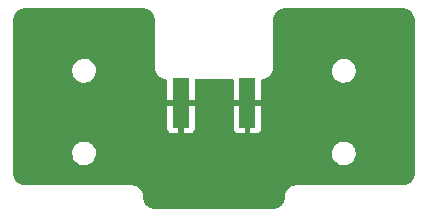
<source format=gbr>
%TF.GenerationSoftware,KiCad,Pcbnew,7.0.11*%
%TF.CreationDate,2024-02-25T15:21:29+01:00*%
%TF.ProjectId,EuroTap,4575726f-5461-4702-9e6b-696361645f70,rev?*%
%TF.SameCoordinates,Original*%
%TF.FileFunction,Copper,L2,Bot*%
%TF.FilePolarity,Positive*%
%FSLAX46Y46*%
G04 Gerber Fmt 4.6, Leading zero omitted, Abs format (unit mm)*
G04 Created by KiCad (PCBNEW 7.0.11) date 2024-02-25 15:21:29*
%MOMM*%
%LPD*%
G01*
G04 APERTURE LIST*
%TA.AperFunction,SMDPad,CuDef*%
%ADD10R,1.350000X4.200000*%
%TD*%
%TA.AperFunction,ViaPad*%
%ADD11C,0.500000*%
%TD*%
G04 APERTURE END LIST*
D10*
%TO.P,J3,2,Ext*%
%TO.N,GND*%
X137840000Y-108000000D03*
X132190000Y-108000000D03*
%TD*%
D11*
%TO.N,GND*%
X147000000Y-108110000D03*
X123000000Y-114000000D03*
X123000000Y-102000000D03*
X140000000Y-108000000D03*
X123000000Y-108110000D03*
X135030000Y-116110000D03*
X140030000Y-116110000D03*
X130000000Y-108000000D03*
X147000000Y-102000000D03*
X130030000Y-116110000D03*
X147000000Y-114000000D03*
%TD*%
%TA.AperFunction,Conductor*%
%TO.N,GND*%
G36*
X129005392Y-100000972D02*
G01*
X129017433Y-100002025D01*
X129044880Y-100004426D01*
X129045961Y-100004526D01*
X129171776Y-100016918D01*
X129191685Y-100020541D01*
X129256467Y-100037899D01*
X129260203Y-100038966D01*
X129351570Y-100066682D01*
X129367959Y-100072952D01*
X129433867Y-100103686D01*
X129439867Y-100106685D01*
X129482639Y-100129548D01*
X129519046Y-100149008D01*
X129531715Y-100156791D01*
X129592889Y-100199625D01*
X129600430Y-100205346D01*
X129668455Y-100261172D01*
X129677472Y-100269345D01*
X129730653Y-100322526D01*
X129738826Y-100331543D01*
X129794652Y-100399568D01*
X129800373Y-100407109D01*
X129843207Y-100468283D01*
X129850990Y-100480952D01*
X129893304Y-100560114D01*
X129896328Y-100566163D01*
X129927041Y-100632027D01*
X129933319Y-100648436D01*
X129961008Y-100739713D01*
X129962123Y-100743616D01*
X129979454Y-100808298D01*
X129983082Y-100828238D01*
X129995456Y-100953882D01*
X129995581Y-100955223D01*
X129999028Y-100994604D01*
X129999500Y-101005416D01*
X129999500Y-105087534D01*
X130029898Y-105259937D01*
X130089775Y-105424446D01*
X130177309Y-105576057D01*
X130289836Y-105710163D01*
X130423942Y-105822690D01*
X130423943Y-105822691D01*
X130423945Y-105822692D01*
X130575555Y-105910225D01*
X130740062Y-105970101D01*
X130912468Y-106000500D01*
X130912470Y-106000500D01*
X130912532Y-106000511D01*
X130975135Y-106031537D01*
X131011025Y-106091484D01*
X131015000Y-106122627D01*
X131015000Y-107750000D01*
X133365000Y-107750000D01*
X133365000Y-106124500D01*
X133384685Y-106057461D01*
X133437489Y-106011706D01*
X133489000Y-106000500D01*
X136541000Y-106000500D01*
X136608039Y-106020185D01*
X136653794Y-106072989D01*
X136665000Y-106124500D01*
X136665000Y-107750000D01*
X139015000Y-107750000D01*
X139015000Y-106117337D01*
X139034685Y-106050298D01*
X139087489Y-106004543D01*
X139117465Y-105995222D01*
X139259938Y-105970101D01*
X139424445Y-105910225D01*
X139576055Y-105822692D01*
X139710163Y-105710163D01*
X139822692Y-105576055D01*
X139910225Y-105424445D01*
X139936980Y-105350936D01*
X144995631Y-105350936D01*
X145026442Y-105552063D01*
X145026445Y-105552075D01*
X145097111Y-105742881D01*
X145097115Y-105742888D01*
X145204745Y-105915567D01*
X145204749Y-105915572D01*
X145285479Y-106000500D01*
X145344941Y-106063053D01*
X145473344Y-106152424D01*
X145511949Y-106179294D01*
X145511950Y-106179294D01*
X145511951Y-106179295D01*
X145698942Y-106259540D01*
X145898259Y-106300500D01*
X146050743Y-106300500D01*
X146202439Y-106285074D01*
X146396579Y-106224162D01*
X146396580Y-106224161D01*
X146396588Y-106224159D01*
X146574502Y-106125409D01*
X146728895Y-105992866D01*
X146853448Y-105831958D01*
X146943060Y-105649271D01*
X146994063Y-105452285D01*
X147004369Y-105249064D01*
X146973556Y-105047929D01*
X146902886Y-104857113D01*
X146795252Y-104684429D01*
X146655059Y-104536947D01*
X146556587Y-104468409D01*
X146488050Y-104420705D01*
X146301056Y-104340459D01*
X146101741Y-104299500D01*
X145949258Y-104299500D01*
X145949257Y-104299500D01*
X145797560Y-104314925D01*
X145603420Y-104375837D01*
X145603405Y-104375844D01*
X145425500Y-104474589D01*
X145425495Y-104474592D01*
X145271106Y-104607132D01*
X145271104Y-104607134D01*
X145146554Y-104768037D01*
X145146553Y-104768040D01*
X145056940Y-104950728D01*
X145005937Y-105147714D01*
X144995631Y-105350936D01*
X139936980Y-105350936D01*
X139970101Y-105259938D01*
X140000500Y-105087532D01*
X140000500Y-105000000D01*
X140000500Y-104999500D01*
X140000500Y-101005412D01*
X140000972Y-100994605D01*
X140004415Y-100955250D01*
X140004540Y-100953904D01*
X140004542Y-100953882D01*
X140016918Y-100828221D01*
X140020540Y-100808318D01*
X140037908Y-100743498D01*
X140038956Y-100739828D01*
X140066685Y-100648419D01*
X140072948Y-100632049D01*
X140103700Y-100566102D01*
X140106670Y-100560161D01*
X140149012Y-100480944D01*
X140156786Y-100468289D01*
X140199639Y-100407089D01*
X140205330Y-100399587D01*
X140261191Y-100331521D01*
X140269325Y-100322547D01*
X140322547Y-100269325D01*
X140331521Y-100261191D01*
X140399587Y-100205330D01*
X140407089Y-100199639D01*
X140468289Y-100156786D01*
X140480944Y-100149012D01*
X140560161Y-100106670D01*
X140566102Y-100103700D01*
X140632049Y-100072948D01*
X140648419Y-100066685D01*
X140739828Y-100038956D01*
X140743498Y-100037908D01*
X140808318Y-100020540D01*
X140828221Y-100016918D01*
X140953927Y-100004537D01*
X140955204Y-100004419D01*
X140994605Y-100000971D01*
X141005412Y-100000500D01*
X150994587Y-100000500D01*
X151005392Y-100000972D01*
X151017433Y-100002025D01*
X151044880Y-100004426D01*
X151045961Y-100004526D01*
X151171776Y-100016918D01*
X151191685Y-100020541D01*
X151256467Y-100037899D01*
X151260203Y-100038966D01*
X151351570Y-100066682D01*
X151367959Y-100072952D01*
X151433867Y-100103686D01*
X151439867Y-100106685D01*
X151482639Y-100129548D01*
X151519046Y-100149008D01*
X151531715Y-100156791D01*
X151592889Y-100199625D01*
X151600430Y-100205346D01*
X151668455Y-100261172D01*
X151677472Y-100269345D01*
X151730653Y-100322526D01*
X151738826Y-100331543D01*
X151794652Y-100399568D01*
X151800373Y-100407109D01*
X151843207Y-100468283D01*
X151850990Y-100480952D01*
X151893304Y-100560114D01*
X151896328Y-100566163D01*
X151927041Y-100632027D01*
X151933319Y-100648436D01*
X151961008Y-100739713D01*
X151962123Y-100743616D01*
X151979454Y-100808298D01*
X151983082Y-100828238D01*
X151995456Y-100953882D01*
X151995581Y-100955223D01*
X151999028Y-100994604D01*
X151999500Y-101005416D01*
X151999500Y-113994583D01*
X151999028Y-114005396D01*
X151995581Y-114044776D01*
X151995456Y-114046116D01*
X151983082Y-114171760D01*
X151979454Y-114191700D01*
X151962123Y-114256382D01*
X151961008Y-114260285D01*
X151933319Y-114351562D01*
X151927041Y-114367971D01*
X151896328Y-114433835D01*
X151893304Y-114439884D01*
X151850990Y-114519046D01*
X151843207Y-114531715D01*
X151800373Y-114592889D01*
X151794652Y-114600430D01*
X151738826Y-114668455D01*
X151730653Y-114677472D01*
X151677472Y-114730653D01*
X151668455Y-114738826D01*
X151600430Y-114794652D01*
X151592889Y-114800373D01*
X151531715Y-114843207D01*
X151519046Y-114850990D01*
X151439884Y-114893304D01*
X151433835Y-114896328D01*
X151367971Y-114927041D01*
X151351562Y-114933319D01*
X151260285Y-114961008D01*
X151256382Y-114962123D01*
X151191700Y-114979454D01*
X151171760Y-114983082D01*
X151046116Y-114995456D01*
X151044776Y-114995581D01*
X151009760Y-114998646D01*
X151005392Y-114999028D01*
X150994584Y-114999500D01*
X141912465Y-114999500D01*
X141740062Y-115029898D01*
X141575553Y-115089775D01*
X141423942Y-115177309D01*
X141289836Y-115289836D01*
X141177309Y-115423942D01*
X141089775Y-115575553D01*
X141029898Y-115740062D01*
X140999500Y-115912465D01*
X140999500Y-115994583D01*
X140999028Y-116005396D01*
X140995581Y-116044776D01*
X140995456Y-116046116D01*
X140983082Y-116171760D01*
X140979454Y-116191700D01*
X140962123Y-116256382D01*
X140961008Y-116260285D01*
X140933319Y-116351562D01*
X140927041Y-116367971D01*
X140896328Y-116433835D01*
X140893304Y-116439884D01*
X140850990Y-116519046D01*
X140843207Y-116531715D01*
X140800373Y-116592889D01*
X140794652Y-116600430D01*
X140738826Y-116668455D01*
X140730653Y-116677472D01*
X140677472Y-116730653D01*
X140668455Y-116738826D01*
X140600430Y-116794652D01*
X140592889Y-116800373D01*
X140531715Y-116843207D01*
X140519046Y-116850990D01*
X140439884Y-116893304D01*
X140433835Y-116896328D01*
X140367971Y-116927041D01*
X140351562Y-116933319D01*
X140260285Y-116961008D01*
X140256382Y-116962123D01*
X140191700Y-116979454D01*
X140171760Y-116983082D01*
X140046116Y-116995456D01*
X140044776Y-116995581D01*
X140009760Y-116998646D01*
X140005392Y-116999028D01*
X139994584Y-116999500D01*
X130005416Y-116999500D01*
X129994606Y-116999028D01*
X129992001Y-116998800D01*
X129955223Y-116995581D01*
X129953882Y-116995456D01*
X129828238Y-116983082D01*
X129808298Y-116979454D01*
X129743616Y-116962123D01*
X129739713Y-116961008D01*
X129648436Y-116933319D01*
X129632027Y-116927041D01*
X129566163Y-116896328D01*
X129560114Y-116893304D01*
X129480952Y-116850990D01*
X129468283Y-116843207D01*
X129407109Y-116800373D01*
X129399568Y-116794652D01*
X129331543Y-116738826D01*
X129322526Y-116730653D01*
X129269345Y-116677472D01*
X129261172Y-116668455D01*
X129205346Y-116600430D01*
X129199625Y-116592889D01*
X129156791Y-116531715D01*
X129149008Y-116519046D01*
X129129548Y-116482639D01*
X129106685Y-116439867D01*
X129103686Y-116433867D01*
X129072952Y-116367959D01*
X129066682Y-116351570D01*
X129038966Y-116260203D01*
X129037899Y-116256467D01*
X129020541Y-116191685D01*
X129016918Y-116171776D01*
X129004526Y-116045961D01*
X129004417Y-116044776D01*
X129000972Y-116005391D01*
X129000500Y-115994586D01*
X129000500Y-115912472D01*
X129000500Y-115912468D01*
X128970101Y-115740062D01*
X128910225Y-115575555D01*
X128822692Y-115423945D01*
X128822691Y-115423943D01*
X128822690Y-115423942D01*
X128710163Y-115289836D01*
X128576057Y-115177309D01*
X128424446Y-115089775D01*
X128259937Y-115029898D01*
X128087534Y-114999500D01*
X128087532Y-114999500D01*
X128000099Y-114999500D01*
X119005416Y-114999500D01*
X118994606Y-114999028D01*
X118992001Y-114998800D01*
X118955223Y-114995581D01*
X118953882Y-114995456D01*
X118828238Y-114983082D01*
X118808298Y-114979454D01*
X118743616Y-114962123D01*
X118739713Y-114961008D01*
X118648436Y-114933319D01*
X118632027Y-114927041D01*
X118566163Y-114896328D01*
X118560114Y-114893304D01*
X118480952Y-114850990D01*
X118468283Y-114843207D01*
X118407109Y-114800373D01*
X118399568Y-114794652D01*
X118331543Y-114738826D01*
X118322526Y-114730653D01*
X118269345Y-114677472D01*
X118261172Y-114668455D01*
X118205346Y-114600430D01*
X118199625Y-114592889D01*
X118156791Y-114531715D01*
X118149008Y-114519046D01*
X118129548Y-114482639D01*
X118106685Y-114439867D01*
X118103686Y-114433867D01*
X118072952Y-114367959D01*
X118066682Y-114351570D01*
X118038966Y-114260203D01*
X118037899Y-114256467D01*
X118020541Y-114191685D01*
X118016918Y-114171776D01*
X118004526Y-114045961D01*
X118004417Y-114044776D01*
X118000972Y-114005391D01*
X118000500Y-113994586D01*
X118000500Y-112350936D01*
X122995631Y-112350936D01*
X123026442Y-112552063D01*
X123026445Y-112552075D01*
X123097111Y-112742881D01*
X123097115Y-112742888D01*
X123204745Y-112915567D01*
X123204747Y-112915569D01*
X123204748Y-112915571D01*
X123344941Y-113063053D01*
X123473344Y-113152424D01*
X123511949Y-113179294D01*
X123511950Y-113179294D01*
X123511951Y-113179295D01*
X123698942Y-113259540D01*
X123898259Y-113300500D01*
X124050743Y-113300500D01*
X124202439Y-113285074D01*
X124396579Y-113224162D01*
X124396580Y-113224161D01*
X124396588Y-113224159D01*
X124574502Y-113125409D01*
X124728895Y-112992866D01*
X124853448Y-112831958D01*
X124943060Y-112649271D01*
X124994063Y-112452285D01*
X124999203Y-112350936D01*
X144995631Y-112350936D01*
X145026442Y-112552063D01*
X145026445Y-112552075D01*
X145097111Y-112742881D01*
X145097115Y-112742888D01*
X145204745Y-112915567D01*
X145204747Y-112915569D01*
X145204748Y-112915571D01*
X145344941Y-113063053D01*
X145473344Y-113152424D01*
X145511949Y-113179294D01*
X145511950Y-113179294D01*
X145511951Y-113179295D01*
X145698942Y-113259540D01*
X145898259Y-113300500D01*
X146050743Y-113300500D01*
X146202439Y-113285074D01*
X146396579Y-113224162D01*
X146396580Y-113224161D01*
X146396588Y-113224159D01*
X146574502Y-113125409D01*
X146728895Y-112992866D01*
X146853448Y-112831958D01*
X146943060Y-112649271D01*
X146994063Y-112452285D01*
X147004369Y-112249064D01*
X146973556Y-112047929D01*
X146902886Y-111857113D01*
X146795252Y-111684429D01*
X146655059Y-111536947D01*
X146556587Y-111468409D01*
X146488050Y-111420705D01*
X146301056Y-111340459D01*
X146101741Y-111299500D01*
X145949258Y-111299500D01*
X145949257Y-111299500D01*
X145797560Y-111314925D01*
X145603420Y-111375837D01*
X145603405Y-111375844D01*
X145425500Y-111474589D01*
X145425495Y-111474592D01*
X145271106Y-111607132D01*
X145271104Y-111607134D01*
X145146554Y-111768037D01*
X145146553Y-111768040D01*
X145056940Y-111950728D01*
X145005937Y-112147714D01*
X144995631Y-112350936D01*
X124999203Y-112350936D01*
X125004369Y-112249064D01*
X124973556Y-112047929D01*
X124902886Y-111857113D01*
X124795252Y-111684429D01*
X124655059Y-111536947D01*
X124556587Y-111468409D01*
X124488050Y-111420705D01*
X124301056Y-111340459D01*
X124101741Y-111299500D01*
X123949258Y-111299500D01*
X123949257Y-111299500D01*
X123797560Y-111314925D01*
X123603420Y-111375837D01*
X123603405Y-111375844D01*
X123425500Y-111474589D01*
X123425495Y-111474592D01*
X123271106Y-111607132D01*
X123271104Y-111607134D01*
X123146554Y-111768037D01*
X123146553Y-111768040D01*
X123056940Y-111950728D01*
X123005937Y-112147714D01*
X122995631Y-112350936D01*
X118000500Y-112350936D01*
X118000500Y-108250000D01*
X131015000Y-108250000D01*
X131015000Y-110147844D01*
X131021401Y-110207372D01*
X131021403Y-110207379D01*
X131071645Y-110342086D01*
X131071649Y-110342093D01*
X131157809Y-110457187D01*
X131157812Y-110457190D01*
X131272906Y-110543350D01*
X131272913Y-110543354D01*
X131407620Y-110593596D01*
X131407627Y-110593598D01*
X131467155Y-110599999D01*
X131467172Y-110600000D01*
X131940000Y-110600000D01*
X131940000Y-108250000D01*
X132440000Y-108250000D01*
X132440000Y-110600000D01*
X132912828Y-110600000D01*
X132912844Y-110599999D01*
X132972372Y-110593598D01*
X132972379Y-110593596D01*
X133107086Y-110543354D01*
X133107093Y-110543350D01*
X133222187Y-110457190D01*
X133222190Y-110457187D01*
X133308350Y-110342093D01*
X133308354Y-110342086D01*
X133358596Y-110207379D01*
X133358598Y-110207372D01*
X133364999Y-110147844D01*
X133365000Y-110147827D01*
X133365000Y-108250000D01*
X136665000Y-108250000D01*
X136665000Y-110147844D01*
X136671401Y-110207372D01*
X136671403Y-110207379D01*
X136721645Y-110342086D01*
X136721649Y-110342093D01*
X136807809Y-110457187D01*
X136807812Y-110457190D01*
X136922906Y-110543350D01*
X136922913Y-110543354D01*
X137057620Y-110593596D01*
X137057627Y-110593598D01*
X137117155Y-110599999D01*
X137117172Y-110600000D01*
X137590000Y-110600000D01*
X137590000Y-108250000D01*
X138090000Y-108250000D01*
X138090000Y-110600000D01*
X138562828Y-110600000D01*
X138562844Y-110599999D01*
X138622372Y-110593598D01*
X138622379Y-110593596D01*
X138757086Y-110543354D01*
X138757093Y-110543350D01*
X138872187Y-110457190D01*
X138872190Y-110457187D01*
X138958350Y-110342093D01*
X138958354Y-110342086D01*
X139008596Y-110207379D01*
X139008598Y-110207372D01*
X139014999Y-110147844D01*
X139015000Y-110147827D01*
X139015000Y-108250000D01*
X138090000Y-108250000D01*
X137590000Y-108250000D01*
X136665000Y-108250000D01*
X133365000Y-108250000D01*
X132440000Y-108250000D01*
X131940000Y-108250000D01*
X131015000Y-108250000D01*
X118000500Y-108250000D01*
X118000500Y-105350936D01*
X122995631Y-105350936D01*
X123026442Y-105552063D01*
X123026445Y-105552075D01*
X123097111Y-105742881D01*
X123097115Y-105742888D01*
X123204745Y-105915567D01*
X123204749Y-105915572D01*
X123285479Y-106000500D01*
X123344941Y-106063053D01*
X123473344Y-106152424D01*
X123511949Y-106179294D01*
X123511950Y-106179294D01*
X123511951Y-106179295D01*
X123698942Y-106259540D01*
X123898259Y-106300500D01*
X124050743Y-106300500D01*
X124202439Y-106285074D01*
X124396579Y-106224162D01*
X124396580Y-106224161D01*
X124396588Y-106224159D01*
X124574502Y-106125409D01*
X124728895Y-105992866D01*
X124853448Y-105831958D01*
X124943060Y-105649271D01*
X124994063Y-105452285D01*
X125004369Y-105249064D01*
X124973556Y-105047929D01*
X124902886Y-104857113D01*
X124795252Y-104684429D01*
X124655059Y-104536947D01*
X124556587Y-104468409D01*
X124488050Y-104420705D01*
X124301056Y-104340459D01*
X124101741Y-104299500D01*
X123949258Y-104299500D01*
X123949257Y-104299500D01*
X123797560Y-104314925D01*
X123603420Y-104375837D01*
X123603405Y-104375844D01*
X123425500Y-104474589D01*
X123425495Y-104474592D01*
X123271106Y-104607132D01*
X123271104Y-104607134D01*
X123146554Y-104768037D01*
X123146553Y-104768040D01*
X123056940Y-104950728D01*
X123005937Y-105147714D01*
X122995631Y-105350936D01*
X118000500Y-105350936D01*
X118000500Y-101005412D01*
X118000972Y-100994605D01*
X118004415Y-100955250D01*
X118004540Y-100953904D01*
X118004542Y-100953882D01*
X118016918Y-100828221D01*
X118020540Y-100808318D01*
X118037908Y-100743498D01*
X118038956Y-100739828D01*
X118066685Y-100648419D01*
X118072948Y-100632049D01*
X118103700Y-100566102D01*
X118106670Y-100560161D01*
X118149012Y-100480944D01*
X118156786Y-100468289D01*
X118199639Y-100407089D01*
X118205330Y-100399587D01*
X118261191Y-100331521D01*
X118269325Y-100322547D01*
X118322547Y-100269325D01*
X118331521Y-100261191D01*
X118399587Y-100205330D01*
X118407089Y-100199639D01*
X118468289Y-100156786D01*
X118480944Y-100149012D01*
X118560161Y-100106670D01*
X118566102Y-100103700D01*
X118632049Y-100072948D01*
X118648419Y-100066685D01*
X118739828Y-100038956D01*
X118743498Y-100037908D01*
X118808318Y-100020540D01*
X118828221Y-100016918D01*
X118953927Y-100004537D01*
X118955204Y-100004419D01*
X118994605Y-100000971D01*
X119005412Y-100000500D01*
X128994587Y-100000500D01*
X129005392Y-100000972D01*
G37*
%TD.AperFunction*%
%TD*%
M02*

</source>
